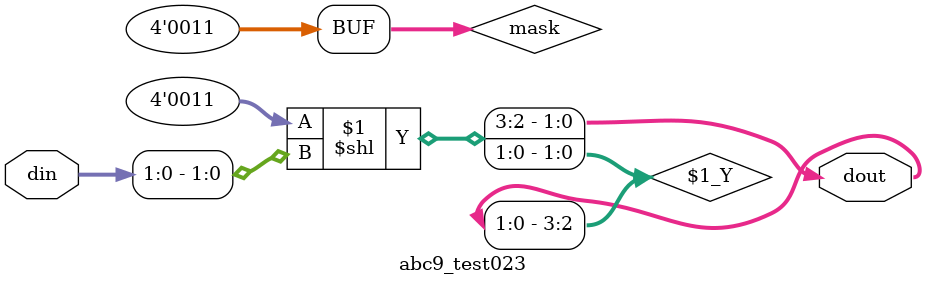
<source format=v>
module abc9_test001(input a, output o);
assign o = a;
endmodule

module abc9_test002(input [1:0] a, output o);
assign o = a[1];
endmodule

module abc9_test003(input [1:0] a, output [1:0] o);
assign o = a;
endmodule

module abc9_test004(input [1:0] a, output o);
assign o = ^a;
endmodule

module abc9_test005(input [1:0] a, output o, output p);
assign o = ^a;
assign p = ~o;
endmodule

module abc9_test006(input [1:0] a, output [2:0] o);
assign o[0] = ^a;
assign o[1] = ~o[0];
assign o[2] = o[1];
endmodule

module abc9_test007(input a, output o);
wire b, c;
assign c = ~a;
assign b = c;
abc9_test007_sub s(b, o);
endmodule

module abc9_test007_sub(input a, output b);
assign b = a;
endmodule

module abc9_test008(input a, output o);
wire b, c;
assign b = ~a;
assign c = b;
abc9_test008_sub s(b, o);
endmodule

module abc9_test008_sub(input a, output b);
assign b = ~a;
endmodule

module abc9_test009(inout io, input oe);
reg latch;
always @(io or oe)
    if (!oe)
        latch <= io;
assign io = oe ? ~latch : 1'bz;
endmodule

module abc9_test010(inout [7:0] io, input oe);
reg [7:0] latch;
always @(io or oe)
    if (!oe)
        latch <= io;
assign io = oe ? ~latch : 8'bz;
endmodule

module abc9_test011(inout io, input oe);
reg latch;
always @(io or oe)
    if (!oe)
        latch <= io;
//assign io = oe ? ~latch : 8'bz;
endmodule

module abc9_test012(inout io, input oe);
reg latch;
//always @(io or oe)
//    if (!oe)
//        latch <= io;
assign io = oe ? ~latch : 8'bz;
endmodule

module abc9_test013(inout [3:0] io, input oe);
reg [3:0] latch;
always @(io or oe)
    if (!oe)
        latch[3:0] <= io[3:0];
    else
        latch[7:4] <= io;
assign io[3:0] = oe ? ~latch[3:0] : 4'bz;
assign io[7:4] = !oe ? {latch[4], latch[7:3]} : 4'bz;
endmodule

module abc9_test014(inout [7:0] io, input oe);
abc9_test012_sub sub(io, oe);
endmodule

module abc9_test012_sub(inout [7:0] io, input oe);
reg [7:0] latch;
always @(io or oe)
    if (!oe)
        latch[3:0] <= io;
    else
        latch[7:4] <= io;
assign io[3:0] = oe ? ~latch[3:0] : 4'bz;
assign io[7:4] = !oe ? {latch[4], latch[7:3]} : 4'bz;
endmodule

module abc9_test015(input a, output b, input c);
assign b = ~a;
(* keep *) wire d;
assign d = ~c;
endmodule

module abc9_test016(input a, output b);
assign b = ~a;
(* keep *) reg c;
always @* c <= ~a;
endmodule

module abc9_test017(input a, output b);
assign b = ~a;
(* keep *) reg c;
always @* c = b;
endmodule

module abc9_test018(input a, output b, output c);
assign b = ~a;
(* keep *) wire [1:0] d;
assign c = &d;
endmodule

module abc9_test019(input a, output b);
assign b = ~a;
(* keep *) reg [1:0] c;
reg d;
always @* d <= &c;
endmodule

module abc9_test020(input a, output b);
assign b = ~a;
(* keep *) reg [1:0] c;
(* keep *) reg d;
always @* d <= &c;
endmodule

// Citation: https://github.com/alexforencich/verilog-ethernet
module abc9_test021(clk, rst, s_eth_hdr_valid, s_eth_hdr_ready, s_eth_dest_mac, s_eth_src_mac, s_eth_type, s_eth_payload_axis_tdata, s_eth_payload_axis_tkeep, s_eth_payload_axis_tvalid, s_eth_payload_axis_tready, s_eth_payload_axis_tlast, s_eth_payload_axis_tid, s_eth_payload_axis_tdest, s_eth_payload_axis_tuser, m_eth_hdr_valid, m_eth_hdr_ready, m_eth_dest_mac, m_eth_src_mac, m_eth_type, m_eth_payload_axis_tdata, m_eth_payload_axis_tkeep, m_eth_payload_axis_tvalid, m_eth_payload_axis_tready, m_eth_payload_axis_tlast, m_eth_payload_axis_tid, m_eth_payload_axis_tdest, m_eth_payload_axis_tuser);
  input clk;
  output [47:0] m_eth_dest_mac;
  input m_eth_hdr_ready;
  output m_eth_hdr_valid;
  output [7:0] m_eth_payload_axis_tdata;
  output [7:0] m_eth_payload_axis_tdest;
  output [7:0] m_eth_payload_axis_tid;
  output m_eth_payload_axis_tkeep;
  output m_eth_payload_axis_tlast;
  input m_eth_payload_axis_tready;
  output m_eth_payload_axis_tuser;
  output m_eth_payload_axis_tvalid;
  output [47:0] m_eth_src_mac;
  output [15:0] m_eth_type;
  input rst;
  input [191:0] s_eth_dest_mac;
  output [3:0] s_eth_hdr_ready;
  input [3:0] s_eth_hdr_valid;
  input [31:0] s_eth_payload_axis_tdata;
  input [31:0] s_eth_payload_axis_tdest;
  input [31:0] s_eth_payload_axis_tid;
  input [3:0] s_eth_payload_axis_tkeep;
  input [3:0] s_eth_payload_axis_tlast;
  output [3:0] s_eth_payload_axis_tready;
  input [3:0] s_eth_payload_axis_tuser;
  input [3:0] s_eth_payload_axis_tvalid;
  input [191:0] s_eth_src_mac;
  input [63:0] s_eth_type;
  (* keep *)
  wire [0:0] grant, request;
  wire a;
  not u0 (
    a,
    grant[0]
  );
  and u1  (
    request[0],
    s_eth_hdr_valid[0],
    a
  );
  (* keep *)
  MUXF8 u2  (
    .I0(1'bx),
    .I1(1'bx),
    .O(o),
    .S(1'bx)
  );
  arbiter  arb_inst (
    .acknowledge(acknowledge),
    .clk(clk),
    .grant(grant),
    .grant_encoded(grant_encoded),
    .grant_valid(grant_valid),
    .request(request),
    .rst(rst)
  );
endmodule

module arbiter (clk, rst, request, acknowledge, grant, grant_valid, grant_encoded);
  input [3:0] acknowledge;
  input clk;
  output [3:0] grant;
  output [1:0] grant_encoded;
  output grant_valid;
  input [3:0] request;
  input rst;
endmodule

(* abc_box_id=1 *)
module MUXF8(input I0, I1, S, output O);
endmodule

// Citation: https://github.com/alexforencich/verilog-ethernet
// TODO: yosys -p "synth_xilinx -abc9 -top abc9_test022" abc9.v -q
// returns before b4321a31
//   Warning: Wire abc9_test022.\m_eth_payload_axis_tkeep [7] is used but has no
//   driver.
//   Warning: Wire abc9_test022.\m_eth_payload_axis_tkeep [3] is used but has no
//   driver.
module abc9_test022
(
    input  wire        clk,
    input  wire        i,
    output wire [7:0]  m_eth_payload_axis_tkeep
);
    reg [7:0]  m_eth_payload_axis_tkeep_reg = 8'd0;
    assign m_eth_payload_axis_tkeep = m_eth_payload_axis_tkeep_reg;
    always @(posedge clk)
        m_eth_payload_axis_tkeep_reg <= i ? 8'hff : 8'h0f;
endmodule

// Citation: https://github.com/riscv/riscv-bitmanip
// TODO: yosys -p "synth_xilinx -abc9 -top abc9_test023" abc9.v -q
// returns before 14233843
//   Warning: Wire abc9_test023.\dout [1] is used but has no driver.
module abc9_test023 #(
	parameter integer N = 2,
	parameter integer M = 2
) (
	input [7:0] din,
	output [M-1:0] dout
);
	wire [2*M-1:0] mask = {M{1'b1}};
	assign dout = (mask << din[N-1:0]) >> M;
endmodule

</source>
